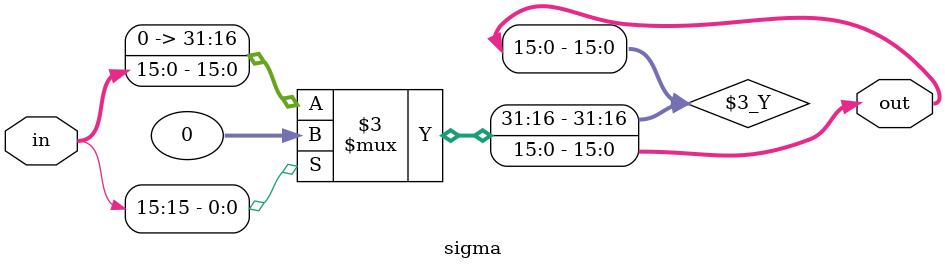
<source format=v>
`timescale 1ns / 1ps
module sigma(in, out);

parameter WL = 16;

input [(WL - 1):0] in;
output [(WL - 1):0] out;

assign out = (in[WL - 1] == 1'b1) ? 0 : in;

endmodule
</source>
